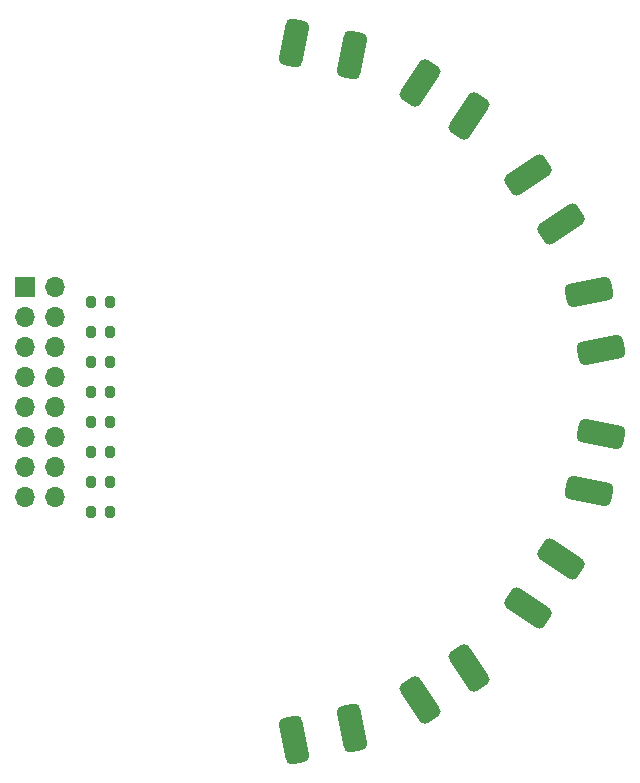
<source format=gbr>
%TF.GenerationSoftware,KiCad,Pcbnew,8.0.3*%
%TF.CreationDate,2024-07-20T13:21:27-05:00*%
%TF.ProjectId,tla_probe_sma_breakout,746c615f-7072-46f6-9265-5f736d615f62,rev?*%
%TF.SameCoordinates,Original*%
%TF.FileFunction,Soldermask,Bot*%
%TF.FilePolarity,Negative*%
%FSLAX46Y46*%
G04 Gerber Fmt 4.6, Leading zero omitted, Abs format (unit mm)*
G04 Created by KiCad (PCBNEW 8.0.3) date 2024-07-20 13:21:27*
%MOMM*%
%LPD*%
G01*
G04 APERTURE LIST*
G04 Aperture macros list*
%AMRoundRect*
0 Rectangle with rounded corners*
0 $1 Rounding radius*
0 $2 $3 $4 $5 $6 $7 $8 $9 X,Y pos of 4 corners*
0 Add a 4 corners polygon primitive as box body*
4,1,4,$2,$3,$4,$5,$6,$7,$8,$9,$2,$3,0*
0 Add four circle primitives for the rounded corners*
1,1,$1+$1,$2,$3*
1,1,$1+$1,$4,$5*
1,1,$1+$1,$6,$7*
1,1,$1+$1,$8,$9*
0 Add four rect primitives between the rounded corners*
20,1,$1+$1,$2,$3,$4,$5,0*
20,1,$1+$1,$4,$5,$6,$7,0*
20,1,$1+$1,$6,$7,$8,$9,0*
20,1,$1+$1,$8,$9,$2,$3,0*%
G04 Aperture macros list end*
%ADD10RoundRect,0.200000X0.200000X0.275000X-0.200000X0.275000X-0.200000X-0.275000X0.200000X-0.275000X0*%
%ADD11RoundRect,0.500000X-0.783028X1.373633X-0.197757X-1.568723X0.783028X-1.373633X0.197757X1.568723X0*%
%ADD12RoundRect,0.500000X-1.249090X0.969419X0.417621X-1.524990X1.249090X-0.969419X-0.417621X1.524990X0*%
%ADD13RoundRect,0.500000X-1.524990X0.417621X0.969419X-1.249090X1.524990X-0.417621X-0.969419X1.249090X0*%
%ADD14RoundRect,0.500000X-1.568723X-0.197757X1.373633X-0.783028X1.568723X0.197757X-1.373633X0.783028X0*%
%ADD15RoundRect,0.500000X-1.373633X-0.783028X1.568723X-0.197757X1.373633X0.783028X-1.568723X0.197757X0*%
%ADD16RoundRect,0.500000X-0.969419X-1.249090X1.524990X0.417621X0.969419X1.249090X-1.524990X-0.417621X0*%
%ADD17RoundRect,0.500000X-0.417621X-1.524990X1.249090X0.969419X0.417621X1.524990X-1.249090X-0.969419X0*%
%ADD18RoundRect,0.500000X0.197757X-1.568723X0.783028X1.373633X-0.197757X1.568723X-0.783028X-1.373633X0*%
%ADD19R,1.700000X1.700000*%
%ADD20O,1.700000X1.700000*%
G04 APERTURE END LIST*
D10*
%TO.C,R40*%
X118935000Y-76200000D03*
X117285000Y-76200000D03*
%TD*%
%TO.C,R39*%
X118935000Y-73660000D03*
X117285000Y-73660000D03*
%TD*%
%TO.C,R38*%
X118935000Y-71120000D03*
X117285000Y-71120000D03*
%TD*%
%TO.C,R37*%
X118935000Y-68580000D03*
X117285000Y-68580000D03*
%TD*%
%TO.C,R36*%
X118935000Y-66040000D03*
X117285000Y-66040000D03*
%TD*%
%TO.C,R35*%
X118935000Y-63500000D03*
X117285000Y-63500000D03*
%TD*%
%TO.C,R34*%
X118935000Y-60960000D03*
X117285000Y-60960000D03*
%TD*%
%TO.C,R33*%
X118935000Y-58420000D03*
X117285000Y-58420000D03*
%TD*%
D11*
%TO.C,J3*%
X139451963Y-94512274D03*
X134548037Y-95487726D03*
%TD*%
D12*
%TO.C,J5*%
X149328674Y-89361074D03*
X145171326Y-92138926D03*
%TD*%
D13*
%TO.C,J7*%
X157138926Y-80171326D03*
X154361074Y-84328674D03*
%TD*%
D14*
%TO.C,J9*%
X160487726Y-69548037D03*
X159512274Y-74451963D03*
%TD*%
D15*
%TO.C,J8*%
X159512274Y-57548037D03*
X160487726Y-62451963D03*
%TD*%
D16*
%TO.C,J6*%
X157138926Y-51828674D03*
X154361074Y-47671326D03*
%TD*%
D17*
%TO.C,J4*%
X149328674Y-42638926D03*
X145171326Y-39861074D03*
%TD*%
D18*
%TO.C,J2*%
X139451963Y-37487726D03*
X134548037Y-36512274D03*
%TD*%
D19*
%TO.C,J1*%
X111760000Y-57150000D03*
D20*
X114300000Y-57150000D03*
X111760000Y-59690000D03*
X114300000Y-59690000D03*
X111760000Y-62230000D03*
X114300000Y-62230000D03*
X111760000Y-64770000D03*
X114300000Y-64770000D03*
X111760000Y-67310000D03*
X114300000Y-67310000D03*
X111760000Y-69850000D03*
X114300000Y-69850000D03*
X111760000Y-72390000D03*
X114300000Y-72390000D03*
X111760000Y-74930000D03*
X114300000Y-74930000D03*
%TD*%
M02*

</source>
